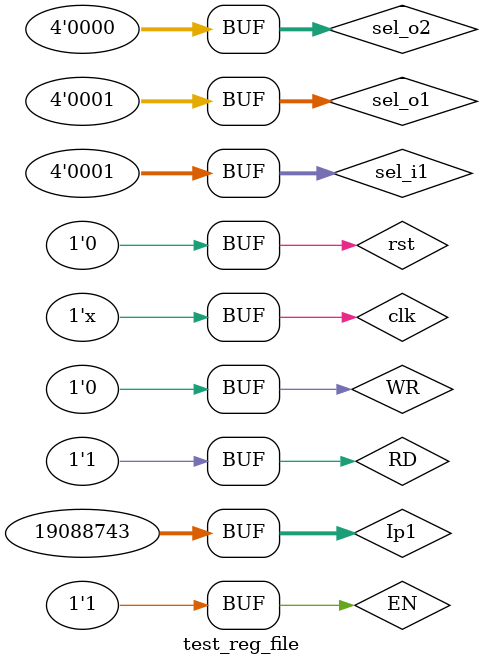
<source format=v>
`timescale 1ns / 1ps


module test_reg_file;

 // Inputs

 reg [31:0] Ip1;

 reg [3:0] sel_i1;

 reg [3:0] sel_o1;

 reg [3:0] sel_o2;

 reg RD;

 reg WR;

 reg rst;

 reg EN;

 reg clk;

 // Outputs

 wire [31:0] Op1;

 wire [31:0] Op2;

 // Instantiate the Unit Under Test (UUT)

 reg_file uut (

               .Ip1(Ip1), 

               .sel_i1(sel_i1), 

               .Op1(Op1), 

               .sel_o1(sel_o1), 

               .Op2(Op2), 

               .sel_o2(sel_o2), 

               .RD(RD), 

               .WR(WR), 

               .rst(rst), 

               .EN(EN), 

               .clk(clk)

              );

 initial begin

  // Initialize Inputs

  Ip1  = 32'b0;

  sel_i1  = 4'b0;

  sel_o1  = 4'b0;

  sel_o2  = 4'b0;

  RD  = 1'b0;

  WR  = 1'b0;

  rst  = 1'b1;

  EN  = 1'b0;

  clk  = 1'b0;

  // Wait 100 ns for global reset to finish

  #100;        

  // Add stimulus here

   rst  = 1'b0;

   EN  = 1'b1;

   #20;

   WR  = 1'b1;

   RD = 1'b0;

   Ip1  = 32'habcd_efab;

   sel_i1  = 4'h0;

   #20;

   Ip1  = 32'h0123_4567;

   sel_i1  = 4'h1;

   #20;

   WR  = 1'b0;

   RD     = 1'b1;

   sel_o1  = 4'h1;

   sel_o2  = 4'h0;

 end 

   always begin

  #10;

  clk = ~clk;

 end 

endmodule
</source>
